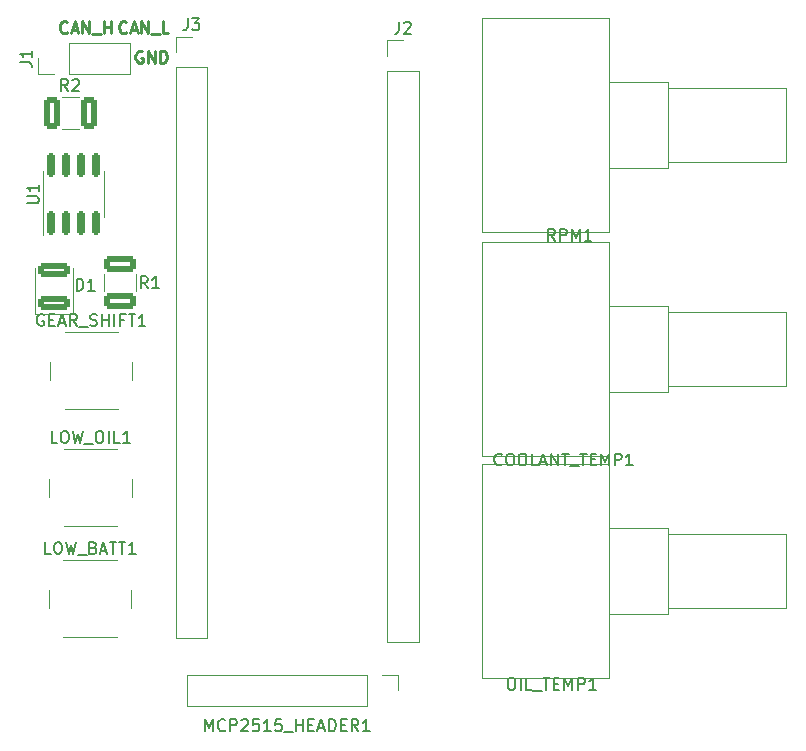
<source format=gto>
G04 #@! TF.GenerationSoftware,KiCad,Pcbnew,7.0.6*
G04 #@! TF.CreationDate,2024-04-12T16:48:43+03:00*
G04 #@! TF.ProjectId,ecu-emulator,6563752d-656d-4756-9c61-746f722e6b69,rev?*
G04 #@! TF.SameCoordinates,Original*
G04 #@! TF.FileFunction,Legend,Top*
G04 #@! TF.FilePolarity,Positive*
%FSLAX46Y46*%
G04 Gerber Fmt 4.6, Leading zero omitted, Abs format (unit mm)*
G04 Created by KiCad (PCBNEW 7.0.6) date 2024-04-12 16:48:43*
%MOMM*%
%LPD*%
G01*
G04 APERTURE LIST*
G04 Aperture macros list*
%AMRoundRect*
0 Rectangle with rounded corners*
0 $1 Rounding radius*
0 $2 $3 $4 $5 $6 $7 $8 $9 X,Y pos of 4 corners*
0 Add a 4 corners polygon primitive as box body*
4,1,4,$2,$3,$4,$5,$6,$7,$8,$9,$2,$3,0*
0 Add four circle primitives for the rounded corners*
1,1,$1+$1,$2,$3*
1,1,$1+$1,$4,$5*
1,1,$1+$1,$6,$7*
1,1,$1+$1,$8,$9*
0 Add four rect primitives between the rounded corners*
20,1,$1+$1,$2,$3,$4,$5,0*
20,1,$1+$1,$4,$5,$6,$7,0*
20,1,$1+$1,$6,$7,$8,$9,0*
20,1,$1+$1,$8,$9,$2,$3,0*%
G04 Aperture macros list end*
%ADD10C,0.250000*%
%ADD11C,0.150000*%
%ADD12C,0.120000*%
%ADD13RoundRect,0.150000X0.150000X-0.825000X0.150000X0.825000X-0.150000X0.825000X-0.150000X-0.825000X0*%
%ADD14RoundRect,0.250000X-0.400000X-1.075000X0.400000X-1.075000X0.400000X1.075000X-0.400000X1.075000X0*%
%ADD15R,3.000000X3.000000*%
%ADD16C,3.000000*%
%ADD17C,2.000000*%
%ADD18RoundRect,0.250000X1.075000X-0.375000X1.075000X0.375000X-1.075000X0.375000X-1.075000X-0.375000X0*%
%ADD19R,1.700000X1.700000*%
%ADD20O,1.700000X1.700000*%
%ADD21RoundRect,0.250000X-1.075000X0.400000X-1.075000X-0.400000X1.075000X-0.400000X1.075000X0.400000X0*%
G04 APERTURE END LIST*
D10*
X117473996Y-51269380D02*
X117426377Y-51317000D01*
X117426377Y-51317000D02*
X117283520Y-51364619D01*
X117283520Y-51364619D02*
X117188282Y-51364619D01*
X117188282Y-51364619D02*
X117045425Y-51317000D01*
X117045425Y-51317000D02*
X116950187Y-51221761D01*
X116950187Y-51221761D02*
X116902568Y-51126523D01*
X116902568Y-51126523D02*
X116854949Y-50936047D01*
X116854949Y-50936047D02*
X116854949Y-50793190D01*
X116854949Y-50793190D02*
X116902568Y-50602714D01*
X116902568Y-50602714D02*
X116950187Y-50507476D01*
X116950187Y-50507476D02*
X117045425Y-50412238D01*
X117045425Y-50412238D02*
X117188282Y-50364619D01*
X117188282Y-50364619D02*
X117283520Y-50364619D01*
X117283520Y-50364619D02*
X117426377Y-50412238D01*
X117426377Y-50412238D02*
X117473996Y-50459857D01*
X117854949Y-51078904D02*
X118331139Y-51078904D01*
X117759711Y-51364619D02*
X118093044Y-50364619D01*
X118093044Y-50364619D02*
X118426377Y-51364619D01*
X118759711Y-51364619D02*
X118759711Y-50364619D01*
X118759711Y-50364619D02*
X119331139Y-51364619D01*
X119331139Y-51364619D02*
X119331139Y-50364619D01*
X119569235Y-51459857D02*
X120331139Y-51459857D01*
X121045425Y-51364619D02*
X120569235Y-51364619D01*
X120569235Y-51364619D02*
X120569235Y-50364619D01*
X112473996Y-51269380D02*
X112426377Y-51317000D01*
X112426377Y-51317000D02*
X112283520Y-51364619D01*
X112283520Y-51364619D02*
X112188282Y-51364619D01*
X112188282Y-51364619D02*
X112045425Y-51317000D01*
X112045425Y-51317000D02*
X111950187Y-51221761D01*
X111950187Y-51221761D02*
X111902568Y-51126523D01*
X111902568Y-51126523D02*
X111854949Y-50936047D01*
X111854949Y-50936047D02*
X111854949Y-50793190D01*
X111854949Y-50793190D02*
X111902568Y-50602714D01*
X111902568Y-50602714D02*
X111950187Y-50507476D01*
X111950187Y-50507476D02*
X112045425Y-50412238D01*
X112045425Y-50412238D02*
X112188282Y-50364619D01*
X112188282Y-50364619D02*
X112283520Y-50364619D01*
X112283520Y-50364619D02*
X112426377Y-50412238D01*
X112426377Y-50412238D02*
X112473996Y-50459857D01*
X112854949Y-51078904D02*
X113331139Y-51078904D01*
X112759711Y-51364619D02*
X113093044Y-50364619D01*
X113093044Y-50364619D02*
X113426377Y-51364619D01*
X113759711Y-51364619D02*
X113759711Y-50364619D01*
X113759711Y-50364619D02*
X114331139Y-51364619D01*
X114331139Y-51364619D02*
X114331139Y-50364619D01*
X114569235Y-51459857D02*
X115331139Y-51459857D01*
X115569235Y-51364619D02*
X115569235Y-50364619D01*
X115569235Y-50840809D02*
X116140663Y-50840809D01*
X116140663Y-51364619D02*
X116140663Y-50364619D01*
X118826377Y-52912238D02*
X118731139Y-52864619D01*
X118731139Y-52864619D02*
X118588282Y-52864619D01*
X118588282Y-52864619D02*
X118445425Y-52912238D01*
X118445425Y-52912238D02*
X118350187Y-53007476D01*
X118350187Y-53007476D02*
X118302568Y-53102714D01*
X118302568Y-53102714D02*
X118254949Y-53293190D01*
X118254949Y-53293190D02*
X118254949Y-53436047D01*
X118254949Y-53436047D02*
X118302568Y-53626523D01*
X118302568Y-53626523D02*
X118350187Y-53721761D01*
X118350187Y-53721761D02*
X118445425Y-53817000D01*
X118445425Y-53817000D02*
X118588282Y-53864619D01*
X118588282Y-53864619D02*
X118683520Y-53864619D01*
X118683520Y-53864619D02*
X118826377Y-53817000D01*
X118826377Y-53817000D02*
X118873996Y-53769380D01*
X118873996Y-53769380D02*
X118873996Y-53436047D01*
X118873996Y-53436047D02*
X118683520Y-53436047D01*
X119302568Y-53864619D02*
X119302568Y-52864619D01*
X119302568Y-52864619D02*
X119873996Y-53864619D01*
X119873996Y-53864619D02*
X119873996Y-52864619D01*
X120350187Y-53864619D02*
X120350187Y-52864619D01*
X120350187Y-52864619D02*
X120588282Y-52864619D01*
X120588282Y-52864619D02*
X120731139Y-52912238D01*
X120731139Y-52912238D02*
X120826377Y-53007476D01*
X120826377Y-53007476D02*
X120873996Y-53102714D01*
X120873996Y-53102714D02*
X120921615Y-53293190D01*
X120921615Y-53293190D02*
X120921615Y-53436047D01*
X120921615Y-53436047D02*
X120873996Y-53626523D01*
X120873996Y-53626523D02*
X120826377Y-53721761D01*
X120826377Y-53721761D02*
X120731139Y-53817000D01*
X120731139Y-53817000D02*
X120588282Y-53864619D01*
X120588282Y-53864619D02*
X120350187Y-53864619D01*
D11*
X109054819Y-65761904D02*
X109864342Y-65761904D01*
X109864342Y-65761904D02*
X109959580Y-65714285D01*
X109959580Y-65714285D02*
X110007200Y-65666666D01*
X110007200Y-65666666D02*
X110054819Y-65571428D01*
X110054819Y-65571428D02*
X110054819Y-65380952D01*
X110054819Y-65380952D02*
X110007200Y-65285714D01*
X110007200Y-65285714D02*
X109959580Y-65238095D01*
X109959580Y-65238095D02*
X109864342Y-65190476D01*
X109864342Y-65190476D02*
X109054819Y-65190476D01*
X110054819Y-64190476D02*
X110054819Y-64761904D01*
X110054819Y-64476190D02*
X109054819Y-64476190D01*
X109054819Y-64476190D02*
X109197676Y-64571428D01*
X109197676Y-64571428D02*
X109292914Y-64666666D01*
X109292914Y-64666666D02*
X109340533Y-64761904D01*
X112533333Y-56254819D02*
X112200000Y-55778628D01*
X111961905Y-56254819D02*
X111961905Y-55254819D01*
X111961905Y-55254819D02*
X112342857Y-55254819D01*
X112342857Y-55254819D02*
X112438095Y-55302438D01*
X112438095Y-55302438D02*
X112485714Y-55350057D01*
X112485714Y-55350057D02*
X112533333Y-55445295D01*
X112533333Y-55445295D02*
X112533333Y-55588152D01*
X112533333Y-55588152D02*
X112485714Y-55683390D01*
X112485714Y-55683390D02*
X112438095Y-55731009D01*
X112438095Y-55731009D02*
X112342857Y-55778628D01*
X112342857Y-55778628D02*
X111961905Y-55778628D01*
X112914286Y-55350057D02*
X112961905Y-55302438D01*
X112961905Y-55302438D02*
X113057143Y-55254819D01*
X113057143Y-55254819D02*
X113295238Y-55254819D01*
X113295238Y-55254819D02*
X113390476Y-55302438D01*
X113390476Y-55302438D02*
X113438095Y-55350057D01*
X113438095Y-55350057D02*
X113485714Y-55445295D01*
X113485714Y-55445295D02*
X113485714Y-55540533D01*
X113485714Y-55540533D02*
X113438095Y-55683390D01*
X113438095Y-55683390D02*
X112866667Y-56254819D01*
X112866667Y-56254819D02*
X113485714Y-56254819D01*
X150000000Y-105954819D02*
X150190476Y-105954819D01*
X150190476Y-105954819D02*
X150285714Y-106002438D01*
X150285714Y-106002438D02*
X150380952Y-106097676D01*
X150380952Y-106097676D02*
X150428571Y-106288152D01*
X150428571Y-106288152D02*
X150428571Y-106621485D01*
X150428571Y-106621485D02*
X150380952Y-106811961D01*
X150380952Y-106811961D02*
X150285714Y-106907200D01*
X150285714Y-106907200D02*
X150190476Y-106954819D01*
X150190476Y-106954819D02*
X150000000Y-106954819D01*
X150000000Y-106954819D02*
X149904762Y-106907200D01*
X149904762Y-106907200D02*
X149809524Y-106811961D01*
X149809524Y-106811961D02*
X149761905Y-106621485D01*
X149761905Y-106621485D02*
X149761905Y-106288152D01*
X149761905Y-106288152D02*
X149809524Y-106097676D01*
X149809524Y-106097676D02*
X149904762Y-106002438D01*
X149904762Y-106002438D02*
X150000000Y-105954819D01*
X150857143Y-106954819D02*
X150857143Y-105954819D01*
X151809523Y-106954819D02*
X151333333Y-106954819D01*
X151333333Y-106954819D02*
X151333333Y-105954819D01*
X151904762Y-107050057D02*
X152666666Y-107050057D01*
X152761905Y-105954819D02*
X153333333Y-105954819D01*
X153047619Y-106954819D02*
X153047619Y-105954819D01*
X153666667Y-106431009D02*
X154000000Y-106431009D01*
X154142857Y-106954819D02*
X153666667Y-106954819D01*
X153666667Y-106954819D02*
X153666667Y-105954819D01*
X153666667Y-105954819D02*
X154142857Y-105954819D01*
X154571429Y-106954819D02*
X154571429Y-105954819D01*
X154571429Y-105954819D02*
X154904762Y-106669104D01*
X154904762Y-106669104D02*
X155238095Y-105954819D01*
X155238095Y-105954819D02*
X155238095Y-106954819D01*
X155714286Y-106954819D02*
X155714286Y-105954819D01*
X155714286Y-105954819D02*
X156095238Y-105954819D01*
X156095238Y-105954819D02*
X156190476Y-106002438D01*
X156190476Y-106002438D02*
X156238095Y-106050057D01*
X156238095Y-106050057D02*
X156285714Y-106145295D01*
X156285714Y-106145295D02*
X156285714Y-106288152D01*
X156285714Y-106288152D02*
X156238095Y-106383390D01*
X156238095Y-106383390D02*
X156190476Y-106431009D01*
X156190476Y-106431009D02*
X156095238Y-106478628D01*
X156095238Y-106478628D02*
X155714286Y-106478628D01*
X157238095Y-106954819D02*
X156666667Y-106954819D01*
X156952381Y-106954819D02*
X156952381Y-105954819D01*
X156952381Y-105954819D02*
X156857143Y-106097676D01*
X156857143Y-106097676D02*
X156761905Y-106192914D01*
X156761905Y-106192914D02*
X156666667Y-106240533D01*
X111066666Y-95454819D02*
X110590476Y-95454819D01*
X110590476Y-95454819D02*
X110590476Y-94454819D01*
X111590476Y-94454819D02*
X111780952Y-94454819D01*
X111780952Y-94454819D02*
X111876190Y-94502438D01*
X111876190Y-94502438D02*
X111971428Y-94597676D01*
X111971428Y-94597676D02*
X112019047Y-94788152D01*
X112019047Y-94788152D02*
X112019047Y-95121485D01*
X112019047Y-95121485D02*
X111971428Y-95311961D01*
X111971428Y-95311961D02*
X111876190Y-95407200D01*
X111876190Y-95407200D02*
X111780952Y-95454819D01*
X111780952Y-95454819D02*
X111590476Y-95454819D01*
X111590476Y-95454819D02*
X111495238Y-95407200D01*
X111495238Y-95407200D02*
X111400000Y-95311961D01*
X111400000Y-95311961D02*
X111352381Y-95121485D01*
X111352381Y-95121485D02*
X111352381Y-94788152D01*
X111352381Y-94788152D02*
X111400000Y-94597676D01*
X111400000Y-94597676D02*
X111495238Y-94502438D01*
X111495238Y-94502438D02*
X111590476Y-94454819D01*
X112352381Y-94454819D02*
X112590476Y-95454819D01*
X112590476Y-95454819D02*
X112780952Y-94740533D01*
X112780952Y-94740533D02*
X112971428Y-95454819D01*
X112971428Y-95454819D02*
X113209524Y-94454819D01*
X113352381Y-95550057D02*
X114114285Y-95550057D01*
X114685714Y-94931009D02*
X114828571Y-94978628D01*
X114828571Y-94978628D02*
X114876190Y-95026247D01*
X114876190Y-95026247D02*
X114923809Y-95121485D01*
X114923809Y-95121485D02*
X114923809Y-95264342D01*
X114923809Y-95264342D02*
X114876190Y-95359580D01*
X114876190Y-95359580D02*
X114828571Y-95407200D01*
X114828571Y-95407200D02*
X114733333Y-95454819D01*
X114733333Y-95454819D02*
X114352381Y-95454819D01*
X114352381Y-95454819D02*
X114352381Y-94454819D01*
X114352381Y-94454819D02*
X114685714Y-94454819D01*
X114685714Y-94454819D02*
X114780952Y-94502438D01*
X114780952Y-94502438D02*
X114828571Y-94550057D01*
X114828571Y-94550057D02*
X114876190Y-94645295D01*
X114876190Y-94645295D02*
X114876190Y-94740533D01*
X114876190Y-94740533D02*
X114828571Y-94835771D01*
X114828571Y-94835771D02*
X114780952Y-94883390D01*
X114780952Y-94883390D02*
X114685714Y-94931009D01*
X114685714Y-94931009D02*
X114352381Y-94931009D01*
X115304762Y-95169104D02*
X115780952Y-95169104D01*
X115209524Y-95454819D02*
X115542857Y-94454819D01*
X115542857Y-94454819D02*
X115876190Y-95454819D01*
X116066667Y-94454819D02*
X116638095Y-94454819D01*
X116352381Y-95454819D02*
X116352381Y-94454819D01*
X116828572Y-94454819D02*
X117400000Y-94454819D01*
X117114286Y-95454819D02*
X117114286Y-94454819D01*
X118257143Y-95454819D02*
X117685715Y-95454819D01*
X117971429Y-95454819D02*
X117971429Y-94454819D01*
X117971429Y-94454819D02*
X117876191Y-94597676D01*
X117876191Y-94597676D02*
X117780953Y-94692914D01*
X117780953Y-94692914D02*
X117685715Y-94740533D01*
X110476190Y-75202438D02*
X110380952Y-75154819D01*
X110380952Y-75154819D02*
X110238095Y-75154819D01*
X110238095Y-75154819D02*
X110095238Y-75202438D01*
X110095238Y-75202438D02*
X110000000Y-75297676D01*
X110000000Y-75297676D02*
X109952381Y-75392914D01*
X109952381Y-75392914D02*
X109904762Y-75583390D01*
X109904762Y-75583390D02*
X109904762Y-75726247D01*
X109904762Y-75726247D02*
X109952381Y-75916723D01*
X109952381Y-75916723D02*
X110000000Y-76011961D01*
X110000000Y-76011961D02*
X110095238Y-76107200D01*
X110095238Y-76107200D02*
X110238095Y-76154819D01*
X110238095Y-76154819D02*
X110333333Y-76154819D01*
X110333333Y-76154819D02*
X110476190Y-76107200D01*
X110476190Y-76107200D02*
X110523809Y-76059580D01*
X110523809Y-76059580D02*
X110523809Y-75726247D01*
X110523809Y-75726247D02*
X110333333Y-75726247D01*
X110952381Y-75631009D02*
X111285714Y-75631009D01*
X111428571Y-76154819D02*
X110952381Y-76154819D01*
X110952381Y-76154819D02*
X110952381Y-75154819D01*
X110952381Y-75154819D02*
X111428571Y-75154819D01*
X111809524Y-75869104D02*
X112285714Y-75869104D01*
X111714286Y-76154819D02*
X112047619Y-75154819D01*
X112047619Y-75154819D02*
X112380952Y-76154819D01*
X113285714Y-76154819D02*
X112952381Y-75678628D01*
X112714286Y-76154819D02*
X112714286Y-75154819D01*
X112714286Y-75154819D02*
X113095238Y-75154819D01*
X113095238Y-75154819D02*
X113190476Y-75202438D01*
X113190476Y-75202438D02*
X113238095Y-75250057D01*
X113238095Y-75250057D02*
X113285714Y-75345295D01*
X113285714Y-75345295D02*
X113285714Y-75488152D01*
X113285714Y-75488152D02*
X113238095Y-75583390D01*
X113238095Y-75583390D02*
X113190476Y-75631009D01*
X113190476Y-75631009D02*
X113095238Y-75678628D01*
X113095238Y-75678628D02*
X112714286Y-75678628D01*
X113476191Y-76250057D02*
X114238095Y-76250057D01*
X114428572Y-76107200D02*
X114571429Y-76154819D01*
X114571429Y-76154819D02*
X114809524Y-76154819D01*
X114809524Y-76154819D02*
X114904762Y-76107200D01*
X114904762Y-76107200D02*
X114952381Y-76059580D01*
X114952381Y-76059580D02*
X115000000Y-75964342D01*
X115000000Y-75964342D02*
X115000000Y-75869104D01*
X115000000Y-75869104D02*
X114952381Y-75773866D01*
X114952381Y-75773866D02*
X114904762Y-75726247D01*
X114904762Y-75726247D02*
X114809524Y-75678628D01*
X114809524Y-75678628D02*
X114619048Y-75631009D01*
X114619048Y-75631009D02*
X114523810Y-75583390D01*
X114523810Y-75583390D02*
X114476191Y-75535771D01*
X114476191Y-75535771D02*
X114428572Y-75440533D01*
X114428572Y-75440533D02*
X114428572Y-75345295D01*
X114428572Y-75345295D02*
X114476191Y-75250057D01*
X114476191Y-75250057D02*
X114523810Y-75202438D01*
X114523810Y-75202438D02*
X114619048Y-75154819D01*
X114619048Y-75154819D02*
X114857143Y-75154819D01*
X114857143Y-75154819D02*
X115000000Y-75202438D01*
X115428572Y-76154819D02*
X115428572Y-75154819D01*
X115428572Y-75631009D02*
X116000000Y-75631009D01*
X116000000Y-76154819D02*
X116000000Y-75154819D01*
X116476191Y-76154819D02*
X116476191Y-75154819D01*
X117285714Y-75631009D02*
X116952381Y-75631009D01*
X116952381Y-76154819D02*
X116952381Y-75154819D01*
X116952381Y-75154819D02*
X117428571Y-75154819D01*
X117666667Y-75154819D02*
X118238095Y-75154819D01*
X117952381Y-76154819D02*
X117952381Y-75154819D01*
X119095238Y-76154819D02*
X118523810Y-76154819D01*
X118809524Y-76154819D02*
X118809524Y-75154819D01*
X118809524Y-75154819D02*
X118714286Y-75297676D01*
X118714286Y-75297676D02*
X118619048Y-75392914D01*
X118619048Y-75392914D02*
X118523810Y-75440533D01*
X113261905Y-73154819D02*
X113261905Y-72154819D01*
X113261905Y-72154819D02*
X113500000Y-72154819D01*
X113500000Y-72154819D02*
X113642857Y-72202438D01*
X113642857Y-72202438D02*
X113738095Y-72297676D01*
X113738095Y-72297676D02*
X113785714Y-72392914D01*
X113785714Y-72392914D02*
X113833333Y-72583390D01*
X113833333Y-72583390D02*
X113833333Y-72726247D01*
X113833333Y-72726247D02*
X113785714Y-72916723D01*
X113785714Y-72916723D02*
X113738095Y-73011961D01*
X113738095Y-73011961D02*
X113642857Y-73107200D01*
X113642857Y-73107200D02*
X113500000Y-73154819D01*
X113500000Y-73154819D02*
X113261905Y-73154819D01*
X114785714Y-73154819D02*
X114214286Y-73154819D01*
X114500000Y-73154819D02*
X114500000Y-72154819D01*
X114500000Y-72154819D02*
X114404762Y-72297676D01*
X114404762Y-72297676D02*
X114309524Y-72392914D01*
X114309524Y-72392914D02*
X114214286Y-72440533D01*
X153761904Y-68954819D02*
X153428571Y-68478628D01*
X153190476Y-68954819D02*
X153190476Y-67954819D01*
X153190476Y-67954819D02*
X153571428Y-67954819D01*
X153571428Y-67954819D02*
X153666666Y-68002438D01*
X153666666Y-68002438D02*
X153714285Y-68050057D01*
X153714285Y-68050057D02*
X153761904Y-68145295D01*
X153761904Y-68145295D02*
X153761904Y-68288152D01*
X153761904Y-68288152D02*
X153714285Y-68383390D01*
X153714285Y-68383390D02*
X153666666Y-68431009D01*
X153666666Y-68431009D02*
X153571428Y-68478628D01*
X153571428Y-68478628D02*
X153190476Y-68478628D01*
X154190476Y-68954819D02*
X154190476Y-67954819D01*
X154190476Y-67954819D02*
X154571428Y-67954819D01*
X154571428Y-67954819D02*
X154666666Y-68002438D01*
X154666666Y-68002438D02*
X154714285Y-68050057D01*
X154714285Y-68050057D02*
X154761904Y-68145295D01*
X154761904Y-68145295D02*
X154761904Y-68288152D01*
X154761904Y-68288152D02*
X154714285Y-68383390D01*
X154714285Y-68383390D02*
X154666666Y-68431009D01*
X154666666Y-68431009D02*
X154571428Y-68478628D01*
X154571428Y-68478628D02*
X154190476Y-68478628D01*
X155190476Y-68954819D02*
X155190476Y-67954819D01*
X155190476Y-67954819D02*
X155523809Y-68669104D01*
X155523809Y-68669104D02*
X155857142Y-67954819D01*
X155857142Y-67954819D02*
X155857142Y-68954819D01*
X156857142Y-68954819D02*
X156285714Y-68954819D01*
X156571428Y-68954819D02*
X156571428Y-67954819D01*
X156571428Y-67954819D02*
X156476190Y-68097676D01*
X156476190Y-68097676D02*
X156380952Y-68192914D01*
X156380952Y-68192914D02*
X156285714Y-68240533D01*
X124127619Y-110454819D02*
X124127619Y-109454819D01*
X124127619Y-109454819D02*
X124460952Y-110169104D01*
X124460952Y-110169104D02*
X124794285Y-109454819D01*
X124794285Y-109454819D02*
X124794285Y-110454819D01*
X125841904Y-110359580D02*
X125794285Y-110407200D01*
X125794285Y-110407200D02*
X125651428Y-110454819D01*
X125651428Y-110454819D02*
X125556190Y-110454819D01*
X125556190Y-110454819D02*
X125413333Y-110407200D01*
X125413333Y-110407200D02*
X125318095Y-110311961D01*
X125318095Y-110311961D02*
X125270476Y-110216723D01*
X125270476Y-110216723D02*
X125222857Y-110026247D01*
X125222857Y-110026247D02*
X125222857Y-109883390D01*
X125222857Y-109883390D02*
X125270476Y-109692914D01*
X125270476Y-109692914D02*
X125318095Y-109597676D01*
X125318095Y-109597676D02*
X125413333Y-109502438D01*
X125413333Y-109502438D02*
X125556190Y-109454819D01*
X125556190Y-109454819D02*
X125651428Y-109454819D01*
X125651428Y-109454819D02*
X125794285Y-109502438D01*
X125794285Y-109502438D02*
X125841904Y-109550057D01*
X126270476Y-110454819D02*
X126270476Y-109454819D01*
X126270476Y-109454819D02*
X126651428Y-109454819D01*
X126651428Y-109454819D02*
X126746666Y-109502438D01*
X126746666Y-109502438D02*
X126794285Y-109550057D01*
X126794285Y-109550057D02*
X126841904Y-109645295D01*
X126841904Y-109645295D02*
X126841904Y-109788152D01*
X126841904Y-109788152D02*
X126794285Y-109883390D01*
X126794285Y-109883390D02*
X126746666Y-109931009D01*
X126746666Y-109931009D02*
X126651428Y-109978628D01*
X126651428Y-109978628D02*
X126270476Y-109978628D01*
X127222857Y-109550057D02*
X127270476Y-109502438D01*
X127270476Y-109502438D02*
X127365714Y-109454819D01*
X127365714Y-109454819D02*
X127603809Y-109454819D01*
X127603809Y-109454819D02*
X127699047Y-109502438D01*
X127699047Y-109502438D02*
X127746666Y-109550057D01*
X127746666Y-109550057D02*
X127794285Y-109645295D01*
X127794285Y-109645295D02*
X127794285Y-109740533D01*
X127794285Y-109740533D02*
X127746666Y-109883390D01*
X127746666Y-109883390D02*
X127175238Y-110454819D01*
X127175238Y-110454819D02*
X127794285Y-110454819D01*
X128699047Y-109454819D02*
X128222857Y-109454819D01*
X128222857Y-109454819D02*
X128175238Y-109931009D01*
X128175238Y-109931009D02*
X128222857Y-109883390D01*
X128222857Y-109883390D02*
X128318095Y-109835771D01*
X128318095Y-109835771D02*
X128556190Y-109835771D01*
X128556190Y-109835771D02*
X128651428Y-109883390D01*
X128651428Y-109883390D02*
X128699047Y-109931009D01*
X128699047Y-109931009D02*
X128746666Y-110026247D01*
X128746666Y-110026247D02*
X128746666Y-110264342D01*
X128746666Y-110264342D02*
X128699047Y-110359580D01*
X128699047Y-110359580D02*
X128651428Y-110407200D01*
X128651428Y-110407200D02*
X128556190Y-110454819D01*
X128556190Y-110454819D02*
X128318095Y-110454819D01*
X128318095Y-110454819D02*
X128222857Y-110407200D01*
X128222857Y-110407200D02*
X128175238Y-110359580D01*
X129699047Y-110454819D02*
X129127619Y-110454819D01*
X129413333Y-110454819D02*
X129413333Y-109454819D01*
X129413333Y-109454819D02*
X129318095Y-109597676D01*
X129318095Y-109597676D02*
X129222857Y-109692914D01*
X129222857Y-109692914D02*
X129127619Y-109740533D01*
X130603809Y-109454819D02*
X130127619Y-109454819D01*
X130127619Y-109454819D02*
X130080000Y-109931009D01*
X130080000Y-109931009D02*
X130127619Y-109883390D01*
X130127619Y-109883390D02*
X130222857Y-109835771D01*
X130222857Y-109835771D02*
X130460952Y-109835771D01*
X130460952Y-109835771D02*
X130556190Y-109883390D01*
X130556190Y-109883390D02*
X130603809Y-109931009D01*
X130603809Y-109931009D02*
X130651428Y-110026247D01*
X130651428Y-110026247D02*
X130651428Y-110264342D01*
X130651428Y-110264342D02*
X130603809Y-110359580D01*
X130603809Y-110359580D02*
X130556190Y-110407200D01*
X130556190Y-110407200D02*
X130460952Y-110454819D01*
X130460952Y-110454819D02*
X130222857Y-110454819D01*
X130222857Y-110454819D02*
X130127619Y-110407200D01*
X130127619Y-110407200D02*
X130080000Y-110359580D01*
X130841905Y-110550057D02*
X131603809Y-110550057D01*
X131841905Y-110454819D02*
X131841905Y-109454819D01*
X131841905Y-109931009D02*
X132413333Y-109931009D01*
X132413333Y-110454819D02*
X132413333Y-109454819D01*
X132889524Y-109931009D02*
X133222857Y-109931009D01*
X133365714Y-110454819D02*
X132889524Y-110454819D01*
X132889524Y-110454819D02*
X132889524Y-109454819D01*
X132889524Y-109454819D02*
X133365714Y-109454819D01*
X133746667Y-110169104D02*
X134222857Y-110169104D01*
X133651429Y-110454819D02*
X133984762Y-109454819D01*
X133984762Y-109454819D02*
X134318095Y-110454819D01*
X134651429Y-110454819D02*
X134651429Y-109454819D01*
X134651429Y-109454819D02*
X134889524Y-109454819D01*
X134889524Y-109454819D02*
X135032381Y-109502438D01*
X135032381Y-109502438D02*
X135127619Y-109597676D01*
X135127619Y-109597676D02*
X135175238Y-109692914D01*
X135175238Y-109692914D02*
X135222857Y-109883390D01*
X135222857Y-109883390D02*
X135222857Y-110026247D01*
X135222857Y-110026247D02*
X135175238Y-110216723D01*
X135175238Y-110216723D02*
X135127619Y-110311961D01*
X135127619Y-110311961D02*
X135032381Y-110407200D01*
X135032381Y-110407200D02*
X134889524Y-110454819D01*
X134889524Y-110454819D02*
X134651429Y-110454819D01*
X135651429Y-109931009D02*
X135984762Y-109931009D01*
X136127619Y-110454819D02*
X135651429Y-110454819D01*
X135651429Y-110454819D02*
X135651429Y-109454819D01*
X135651429Y-109454819D02*
X136127619Y-109454819D01*
X137127619Y-110454819D02*
X136794286Y-109978628D01*
X136556191Y-110454819D02*
X136556191Y-109454819D01*
X136556191Y-109454819D02*
X136937143Y-109454819D01*
X136937143Y-109454819D02*
X137032381Y-109502438D01*
X137032381Y-109502438D02*
X137080000Y-109550057D01*
X137080000Y-109550057D02*
X137127619Y-109645295D01*
X137127619Y-109645295D02*
X137127619Y-109788152D01*
X137127619Y-109788152D02*
X137080000Y-109883390D01*
X137080000Y-109883390D02*
X137032381Y-109931009D01*
X137032381Y-109931009D02*
X136937143Y-109978628D01*
X136937143Y-109978628D02*
X136556191Y-109978628D01*
X138080000Y-110454819D02*
X137508572Y-110454819D01*
X137794286Y-110454819D02*
X137794286Y-109454819D01*
X137794286Y-109454819D02*
X137699048Y-109597676D01*
X137699048Y-109597676D02*
X137603810Y-109692914D01*
X137603810Y-109692914D02*
X137508572Y-109740533D01*
X149261904Y-87859580D02*
X149214285Y-87907200D01*
X149214285Y-87907200D02*
X149071428Y-87954819D01*
X149071428Y-87954819D02*
X148976190Y-87954819D01*
X148976190Y-87954819D02*
X148833333Y-87907200D01*
X148833333Y-87907200D02*
X148738095Y-87811961D01*
X148738095Y-87811961D02*
X148690476Y-87716723D01*
X148690476Y-87716723D02*
X148642857Y-87526247D01*
X148642857Y-87526247D02*
X148642857Y-87383390D01*
X148642857Y-87383390D02*
X148690476Y-87192914D01*
X148690476Y-87192914D02*
X148738095Y-87097676D01*
X148738095Y-87097676D02*
X148833333Y-87002438D01*
X148833333Y-87002438D02*
X148976190Y-86954819D01*
X148976190Y-86954819D02*
X149071428Y-86954819D01*
X149071428Y-86954819D02*
X149214285Y-87002438D01*
X149214285Y-87002438D02*
X149261904Y-87050057D01*
X149880952Y-86954819D02*
X150071428Y-86954819D01*
X150071428Y-86954819D02*
X150166666Y-87002438D01*
X150166666Y-87002438D02*
X150261904Y-87097676D01*
X150261904Y-87097676D02*
X150309523Y-87288152D01*
X150309523Y-87288152D02*
X150309523Y-87621485D01*
X150309523Y-87621485D02*
X150261904Y-87811961D01*
X150261904Y-87811961D02*
X150166666Y-87907200D01*
X150166666Y-87907200D02*
X150071428Y-87954819D01*
X150071428Y-87954819D02*
X149880952Y-87954819D01*
X149880952Y-87954819D02*
X149785714Y-87907200D01*
X149785714Y-87907200D02*
X149690476Y-87811961D01*
X149690476Y-87811961D02*
X149642857Y-87621485D01*
X149642857Y-87621485D02*
X149642857Y-87288152D01*
X149642857Y-87288152D02*
X149690476Y-87097676D01*
X149690476Y-87097676D02*
X149785714Y-87002438D01*
X149785714Y-87002438D02*
X149880952Y-86954819D01*
X150928571Y-86954819D02*
X151119047Y-86954819D01*
X151119047Y-86954819D02*
X151214285Y-87002438D01*
X151214285Y-87002438D02*
X151309523Y-87097676D01*
X151309523Y-87097676D02*
X151357142Y-87288152D01*
X151357142Y-87288152D02*
X151357142Y-87621485D01*
X151357142Y-87621485D02*
X151309523Y-87811961D01*
X151309523Y-87811961D02*
X151214285Y-87907200D01*
X151214285Y-87907200D02*
X151119047Y-87954819D01*
X151119047Y-87954819D02*
X150928571Y-87954819D01*
X150928571Y-87954819D02*
X150833333Y-87907200D01*
X150833333Y-87907200D02*
X150738095Y-87811961D01*
X150738095Y-87811961D02*
X150690476Y-87621485D01*
X150690476Y-87621485D02*
X150690476Y-87288152D01*
X150690476Y-87288152D02*
X150738095Y-87097676D01*
X150738095Y-87097676D02*
X150833333Y-87002438D01*
X150833333Y-87002438D02*
X150928571Y-86954819D01*
X152261904Y-87954819D02*
X151785714Y-87954819D01*
X151785714Y-87954819D02*
X151785714Y-86954819D01*
X152547619Y-87669104D02*
X153023809Y-87669104D01*
X152452381Y-87954819D02*
X152785714Y-86954819D01*
X152785714Y-86954819D02*
X153119047Y-87954819D01*
X153452381Y-87954819D02*
X153452381Y-86954819D01*
X153452381Y-86954819D02*
X154023809Y-87954819D01*
X154023809Y-87954819D02*
X154023809Y-86954819D01*
X154357143Y-86954819D02*
X154928571Y-86954819D01*
X154642857Y-87954819D02*
X154642857Y-86954819D01*
X155023810Y-88050057D02*
X155785714Y-88050057D01*
X155880953Y-86954819D02*
X156452381Y-86954819D01*
X156166667Y-87954819D02*
X156166667Y-86954819D01*
X156785715Y-87431009D02*
X157119048Y-87431009D01*
X157261905Y-87954819D02*
X156785715Y-87954819D01*
X156785715Y-87954819D02*
X156785715Y-86954819D01*
X156785715Y-86954819D02*
X157261905Y-86954819D01*
X157690477Y-87954819D02*
X157690477Y-86954819D01*
X157690477Y-86954819D02*
X158023810Y-87669104D01*
X158023810Y-87669104D02*
X158357143Y-86954819D01*
X158357143Y-86954819D02*
X158357143Y-87954819D01*
X158833334Y-87954819D02*
X158833334Y-86954819D01*
X158833334Y-86954819D02*
X159214286Y-86954819D01*
X159214286Y-86954819D02*
X159309524Y-87002438D01*
X159309524Y-87002438D02*
X159357143Y-87050057D01*
X159357143Y-87050057D02*
X159404762Y-87145295D01*
X159404762Y-87145295D02*
X159404762Y-87288152D01*
X159404762Y-87288152D02*
X159357143Y-87383390D01*
X159357143Y-87383390D02*
X159309524Y-87431009D01*
X159309524Y-87431009D02*
X159214286Y-87478628D01*
X159214286Y-87478628D02*
X158833334Y-87478628D01*
X160357143Y-87954819D02*
X159785715Y-87954819D01*
X160071429Y-87954819D02*
X160071429Y-86954819D01*
X160071429Y-86954819D02*
X159976191Y-87097676D01*
X159976191Y-87097676D02*
X159880953Y-87192914D01*
X159880953Y-87192914D02*
X159785715Y-87240533D01*
X122666666Y-50104819D02*
X122666666Y-50819104D01*
X122666666Y-50819104D02*
X122619047Y-50961961D01*
X122619047Y-50961961D02*
X122523809Y-51057200D01*
X122523809Y-51057200D02*
X122380952Y-51104819D01*
X122380952Y-51104819D02*
X122285714Y-51104819D01*
X123047619Y-50104819D02*
X123666666Y-50104819D01*
X123666666Y-50104819D02*
X123333333Y-50485771D01*
X123333333Y-50485771D02*
X123476190Y-50485771D01*
X123476190Y-50485771D02*
X123571428Y-50533390D01*
X123571428Y-50533390D02*
X123619047Y-50581009D01*
X123619047Y-50581009D02*
X123666666Y-50676247D01*
X123666666Y-50676247D02*
X123666666Y-50914342D01*
X123666666Y-50914342D02*
X123619047Y-51009580D01*
X123619047Y-51009580D02*
X123571428Y-51057200D01*
X123571428Y-51057200D02*
X123476190Y-51104819D01*
X123476190Y-51104819D02*
X123190476Y-51104819D01*
X123190476Y-51104819D02*
X123095238Y-51057200D01*
X123095238Y-51057200D02*
X123047619Y-51009580D01*
X119283333Y-72954819D02*
X118950000Y-72478628D01*
X118711905Y-72954819D02*
X118711905Y-71954819D01*
X118711905Y-71954819D02*
X119092857Y-71954819D01*
X119092857Y-71954819D02*
X119188095Y-72002438D01*
X119188095Y-72002438D02*
X119235714Y-72050057D01*
X119235714Y-72050057D02*
X119283333Y-72145295D01*
X119283333Y-72145295D02*
X119283333Y-72288152D01*
X119283333Y-72288152D02*
X119235714Y-72383390D01*
X119235714Y-72383390D02*
X119188095Y-72431009D01*
X119188095Y-72431009D02*
X119092857Y-72478628D01*
X119092857Y-72478628D02*
X118711905Y-72478628D01*
X120235714Y-72954819D02*
X119664286Y-72954819D01*
X119950000Y-72954819D02*
X119950000Y-71954819D01*
X119950000Y-71954819D02*
X119854762Y-72097676D01*
X119854762Y-72097676D02*
X119759524Y-72192914D01*
X119759524Y-72192914D02*
X119664286Y-72240533D01*
X140566666Y-50404819D02*
X140566666Y-51119104D01*
X140566666Y-51119104D02*
X140519047Y-51261961D01*
X140519047Y-51261961D02*
X140423809Y-51357200D01*
X140423809Y-51357200D02*
X140280952Y-51404819D01*
X140280952Y-51404819D02*
X140185714Y-51404819D01*
X140995238Y-50500057D02*
X141042857Y-50452438D01*
X141042857Y-50452438D02*
X141138095Y-50404819D01*
X141138095Y-50404819D02*
X141376190Y-50404819D01*
X141376190Y-50404819D02*
X141471428Y-50452438D01*
X141471428Y-50452438D02*
X141519047Y-50500057D01*
X141519047Y-50500057D02*
X141566666Y-50595295D01*
X141566666Y-50595295D02*
X141566666Y-50690533D01*
X141566666Y-50690533D02*
X141519047Y-50833390D01*
X141519047Y-50833390D02*
X140947619Y-51404819D01*
X140947619Y-51404819D02*
X141566666Y-51404819D01*
X108484819Y-53833333D02*
X109199104Y-53833333D01*
X109199104Y-53833333D02*
X109341961Y-53880952D01*
X109341961Y-53880952D02*
X109437200Y-53976190D01*
X109437200Y-53976190D02*
X109484819Y-54119047D01*
X109484819Y-54119047D02*
X109484819Y-54214285D01*
X109484819Y-52833333D02*
X109484819Y-53404761D01*
X109484819Y-53119047D02*
X108484819Y-53119047D01*
X108484819Y-53119047D02*
X108627676Y-53214285D01*
X108627676Y-53214285D02*
X108722914Y-53309523D01*
X108722914Y-53309523D02*
X108770533Y-53404761D01*
X111640476Y-86054819D02*
X111164286Y-86054819D01*
X111164286Y-86054819D02*
X111164286Y-85054819D01*
X112164286Y-85054819D02*
X112354762Y-85054819D01*
X112354762Y-85054819D02*
X112450000Y-85102438D01*
X112450000Y-85102438D02*
X112545238Y-85197676D01*
X112545238Y-85197676D02*
X112592857Y-85388152D01*
X112592857Y-85388152D02*
X112592857Y-85721485D01*
X112592857Y-85721485D02*
X112545238Y-85911961D01*
X112545238Y-85911961D02*
X112450000Y-86007200D01*
X112450000Y-86007200D02*
X112354762Y-86054819D01*
X112354762Y-86054819D02*
X112164286Y-86054819D01*
X112164286Y-86054819D02*
X112069048Y-86007200D01*
X112069048Y-86007200D02*
X111973810Y-85911961D01*
X111973810Y-85911961D02*
X111926191Y-85721485D01*
X111926191Y-85721485D02*
X111926191Y-85388152D01*
X111926191Y-85388152D02*
X111973810Y-85197676D01*
X111973810Y-85197676D02*
X112069048Y-85102438D01*
X112069048Y-85102438D02*
X112164286Y-85054819D01*
X112926191Y-85054819D02*
X113164286Y-86054819D01*
X113164286Y-86054819D02*
X113354762Y-85340533D01*
X113354762Y-85340533D02*
X113545238Y-86054819D01*
X113545238Y-86054819D02*
X113783334Y-85054819D01*
X113926191Y-86150057D02*
X114688095Y-86150057D01*
X115116667Y-85054819D02*
X115307143Y-85054819D01*
X115307143Y-85054819D02*
X115402381Y-85102438D01*
X115402381Y-85102438D02*
X115497619Y-85197676D01*
X115497619Y-85197676D02*
X115545238Y-85388152D01*
X115545238Y-85388152D02*
X115545238Y-85721485D01*
X115545238Y-85721485D02*
X115497619Y-85911961D01*
X115497619Y-85911961D02*
X115402381Y-86007200D01*
X115402381Y-86007200D02*
X115307143Y-86054819D01*
X115307143Y-86054819D02*
X115116667Y-86054819D01*
X115116667Y-86054819D02*
X115021429Y-86007200D01*
X115021429Y-86007200D02*
X114926191Y-85911961D01*
X114926191Y-85911961D02*
X114878572Y-85721485D01*
X114878572Y-85721485D02*
X114878572Y-85388152D01*
X114878572Y-85388152D02*
X114926191Y-85197676D01*
X114926191Y-85197676D02*
X115021429Y-85102438D01*
X115021429Y-85102438D02*
X115116667Y-85054819D01*
X115973810Y-86054819D02*
X115973810Y-85054819D01*
X116926190Y-86054819D02*
X116450000Y-86054819D01*
X116450000Y-86054819D02*
X116450000Y-85054819D01*
X117783333Y-86054819D02*
X117211905Y-86054819D01*
X117497619Y-86054819D02*
X117497619Y-85054819D01*
X117497619Y-85054819D02*
X117402381Y-85197676D01*
X117402381Y-85197676D02*
X117307143Y-85292914D01*
X117307143Y-85292914D02*
X117211905Y-85340533D01*
D12*
X110440000Y-65000000D02*
X110440000Y-68450000D01*
X110440000Y-65000000D02*
X110440000Y-63050000D01*
X115560000Y-65000000D02*
X115560000Y-66950000D01*
X115560000Y-65000000D02*
X115560000Y-63050000D01*
X112026263Y-56745000D02*
X113473737Y-56745000D01*
X112026263Y-59455000D02*
X113473737Y-59455000D01*
X173370000Y-93780000D02*
X173370000Y-100020000D01*
X163370000Y-100020000D02*
X173370000Y-100020000D01*
X163370000Y-93780000D02*
X173370000Y-93780000D01*
X163370000Y-93280000D02*
X163370000Y-100520000D01*
X158370000Y-100520000D02*
X163370000Y-100520000D01*
X158370000Y-93280000D02*
X163370000Y-93280000D01*
X158370000Y-87830000D02*
X158370000Y-105970000D01*
X147630000Y-105970000D02*
X158370000Y-105970000D01*
X147630000Y-87830000D02*
X158370000Y-87830000D01*
X147630000Y-87830000D02*
X147630000Y-105970000D01*
X110900000Y-98500000D02*
X110900000Y-100000000D01*
X112150000Y-102500000D02*
X116650000Y-102500000D01*
X116650000Y-96000000D02*
X112150000Y-96000000D01*
X117900000Y-100000000D02*
X117900000Y-98500000D01*
X111000000Y-79200000D02*
X111000000Y-80700000D01*
X112250000Y-83200000D02*
X116750000Y-83200000D01*
X116750000Y-76700000D02*
X112250000Y-76700000D01*
X118000000Y-80700000D02*
X118000000Y-79200000D01*
X109765000Y-75135000D02*
X112935000Y-75135000D01*
X112935000Y-75135000D02*
X112935000Y-71250000D01*
X109765000Y-71250000D02*
X109765000Y-75135000D01*
X173320000Y-56030000D02*
X173320000Y-62270000D01*
X163320000Y-62270000D02*
X173320000Y-62270000D01*
X163320000Y-56030000D02*
X173320000Y-56030000D01*
X163320000Y-55530000D02*
X163320000Y-62770000D01*
X158320000Y-62770000D02*
X163320000Y-62770000D01*
X158320000Y-55530000D02*
X163320000Y-55530000D01*
X158320000Y-50080000D02*
X158320000Y-68220000D01*
X147580000Y-68220000D02*
X158320000Y-68220000D01*
X147580000Y-50080000D02*
X158320000Y-50080000D01*
X147580000Y-50080000D02*
X147580000Y-68220000D01*
X140490000Y-105670000D02*
X140490000Y-107000000D01*
X139160000Y-105670000D02*
X140490000Y-105670000D01*
X137890000Y-105670000D02*
X122590000Y-105670000D01*
X137890000Y-105670000D02*
X137890000Y-108330000D01*
X122590000Y-105670000D02*
X122590000Y-108330000D01*
X137890000Y-108330000D02*
X122590000Y-108330000D01*
X173370000Y-74980000D02*
X173370000Y-81220000D01*
X163370000Y-81220000D02*
X173370000Y-81220000D01*
X163370000Y-74980000D02*
X173370000Y-74980000D01*
X163370000Y-74480000D02*
X163370000Y-81720000D01*
X158370000Y-81720000D02*
X163370000Y-81720000D01*
X158370000Y-74480000D02*
X163370000Y-74480000D01*
X158370000Y-69030000D02*
X158370000Y-87170000D01*
X147630000Y-87170000D02*
X158370000Y-87170000D01*
X147630000Y-69030000D02*
X158370000Y-69030000D01*
X147630000Y-69030000D02*
X147630000Y-87170000D01*
X121670000Y-51650000D02*
X123000000Y-51650000D01*
X121670000Y-52980000D02*
X121670000Y-51650000D01*
X121670000Y-54250000D02*
X121670000Y-102570000D01*
X121670000Y-54250000D02*
X124330000Y-54250000D01*
X121670000Y-102570000D02*
X124330000Y-102570000D01*
X124330000Y-54250000D02*
X124330000Y-102570000D01*
X118305000Y-71776263D02*
X118305000Y-73223737D01*
X115595000Y-71776263D02*
X115595000Y-73223737D01*
X139570000Y-51950000D02*
X140900000Y-51950000D01*
X139570000Y-53280000D02*
X139570000Y-51950000D01*
X139570000Y-54550000D02*
X139570000Y-102870000D01*
X139570000Y-54550000D02*
X142230000Y-54550000D01*
X139570000Y-102870000D02*
X142230000Y-102870000D01*
X142230000Y-54550000D02*
X142230000Y-102870000D01*
X110030000Y-54830000D02*
X110030000Y-53500000D01*
X111360000Y-54830000D02*
X110030000Y-54830000D01*
X112630000Y-54830000D02*
X117770000Y-54830000D01*
X112630000Y-54830000D02*
X112630000Y-52170000D01*
X117770000Y-54830000D02*
X117770000Y-52170000D01*
X112630000Y-52170000D02*
X117770000Y-52170000D01*
X110950000Y-89100000D02*
X110950000Y-90600000D01*
X112200000Y-93100000D02*
X116700000Y-93100000D01*
X116700000Y-86600000D02*
X112200000Y-86600000D01*
X117950000Y-90600000D02*
X117950000Y-89100000D01*
%LPC*%
D13*
X111095000Y-67475000D03*
X112365000Y-67475000D03*
X113635000Y-67475000D03*
X114905000Y-67475000D03*
X114905000Y-62525000D03*
X113635000Y-62525000D03*
X112365000Y-62525000D03*
X111095000Y-62525000D03*
D14*
X111200000Y-58100000D03*
X114300000Y-58100000D03*
D15*
X154450000Y-101900000D03*
D16*
X154450000Y-96900000D03*
X154450000Y-91900000D03*
D17*
X111150000Y-97000000D03*
X117650000Y-97000000D03*
X111150000Y-101500000D03*
X117650000Y-101500000D03*
X111250000Y-77700000D03*
X117750000Y-77700000D03*
X111250000Y-82200000D03*
X117750000Y-82200000D03*
D18*
X111350000Y-74250000D03*
X111350000Y-71450000D03*
D15*
X154400000Y-64150000D03*
D16*
X154400000Y-59150000D03*
X154400000Y-54150000D03*
D19*
X139160000Y-107000000D03*
D20*
X136620000Y-107000000D03*
X134080000Y-107000000D03*
X131540000Y-107000000D03*
X129000000Y-107000000D03*
X126460000Y-107000000D03*
X123920000Y-107000000D03*
D15*
X154450000Y-83100000D03*
D16*
X154450000Y-78100000D03*
X154450000Y-73100000D03*
D19*
X123000000Y-52980000D03*
D20*
X123000000Y-55520000D03*
X123000000Y-58060000D03*
X123000000Y-60600000D03*
X123000000Y-63140000D03*
X123000000Y-65680000D03*
X123000000Y-68220000D03*
X123000000Y-70760000D03*
X123000000Y-73300000D03*
X123000000Y-75840000D03*
X123000000Y-78380000D03*
X123000000Y-80920000D03*
X123000000Y-83460000D03*
X123000000Y-86000000D03*
X123000000Y-88540000D03*
X123000000Y-91080000D03*
X123000000Y-93620000D03*
X123000000Y-96160000D03*
X123000000Y-98700000D03*
X123000000Y-101240000D03*
D21*
X116950000Y-70950000D03*
X116950000Y-74050000D03*
D19*
X140900000Y-53280000D03*
D20*
X140900000Y-55820000D03*
X140900000Y-58360000D03*
X140900000Y-60900000D03*
X140900000Y-63440000D03*
X140900000Y-65980000D03*
X140900000Y-68520000D03*
X140900000Y-71060000D03*
X140900000Y-73600000D03*
X140900000Y-76140000D03*
X140900000Y-78680000D03*
X140900000Y-81220000D03*
X140900000Y-83760000D03*
X140900000Y-86300000D03*
X140900000Y-88840000D03*
X140900000Y-91380000D03*
X140900000Y-93920000D03*
X140900000Y-96460000D03*
X140900000Y-99000000D03*
X140900000Y-101540000D03*
D19*
X111360000Y-53500000D03*
D20*
X113900000Y-53500000D03*
X116440000Y-53500000D03*
D17*
X111200000Y-87600000D03*
X117700000Y-87600000D03*
X111200000Y-92100000D03*
X117700000Y-92100000D03*
%LPD*%
M02*

</source>
